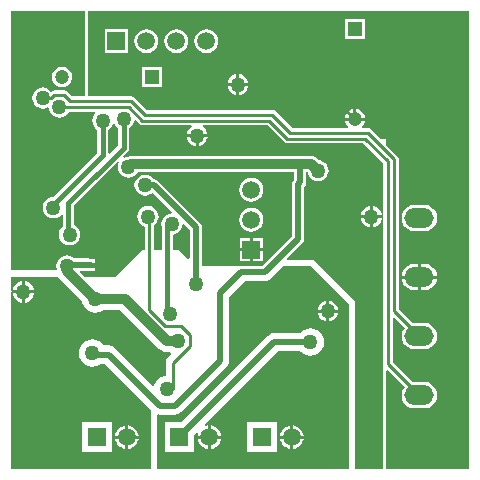
<source format=gbl>
%FSLAX25Y25*%
%MOIN*%
G70*
G01*
G75*
G04 Layer_Physical_Order=2*
G04 Layer_Color=16711680*
%ADD10R,0.02000X0.02000*%
%ADD11R,0.04134X0.05512*%
%ADD12R,0.05512X0.04134*%
%ADD13O,0.09843X0.02756*%
%ADD14O,0.02362X0.08661*%
%ADD15R,0.06300X0.05500*%
%ADD16O,0.06693X0.01378*%
%ADD17R,0.03543X0.02559*%
%ADD18R,0.03543X0.03740*%
%ADD19R,0.03937X0.03937*%
%ADD20R,0.03937X0.03937*%
%ADD21R,0.03740X0.05315*%
%ADD22R,0.05315X0.03740*%
%ADD23C,0.01000*%
%ADD24C,0.01600*%
%ADD25C,0.02000*%
%ADD26C,0.03200*%
%ADD27C,0.00000*%
%ADD28R,0.04724X0.04724*%
%ADD29C,0.04724*%
%ADD30R,0.05906X0.05906*%
%ADD31C,0.05906*%
%ADD32R,0.05906X0.05906*%
%ADD33R,0.04724X0.04724*%
%ADD34O,0.09843X0.06693*%
%ADD35C,0.05000*%
%ADD36R,0.02000X0.02000*%
G36*
X248432Y288433D02*
X256052Y280813D01*
X256116Y280325D01*
X256569Y279231D01*
X257291Y278291D01*
X258231Y277569D01*
X259325Y277116D01*
X260500Y276961D01*
X261675Y277116D01*
X262769Y277569D01*
X263160Y277869D01*
X268798D01*
X281735Y264932D01*
X282487Y264355D01*
X283363Y263993D01*
X284302Y263869D01*
X285340D01*
X285651Y263630D01*
X285684Y263131D01*
X284698Y262146D01*
X284145Y261319D01*
X283951Y260343D01*
Y255967D01*
X283325Y255884D01*
X282231Y255431D01*
X281291Y254709D01*
X280569Y253769D01*
X280138Y252729D01*
X279648Y252631D01*
X267140Y265140D01*
X266513Y265620D01*
X266299Y265709D01*
X265783Y265923D01*
X265000Y266026D01*
X263234D01*
X262709Y266709D01*
X261769Y267431D01*
X260675Y267884D01*
X259500Y268039D01*
X258325Y267884D01*
X257231Y267431D01*
X256291Y266709D01*
X255569Y265769D01*
X255116Y264675D01*
X254961Y263500D01*
X255116Y262325D01*
X255569Y261231D01*
X256291Y260291D01*
X257231Y259569D01*
X258325Y259116D01*
X259500Y258961D01*
X260675Y259116D01*
X261769Y259569D01*
X262297Y259974D01*
X263747D01*
X279140Y244581D01*
Y225000D01*
X232500D01*
Y283746D01*
X232531Y283748D01*
Y284252D01*
X232500Y284254D01*
Y289000D01*
X247997D01*
X248432Y288433D01*
D02*
G37*
G36*
X345000Y280000D02*
Y225000D01*
X281000D01*
Y242727D01*
X281376Y243056D01*
X282000Y242974D01*
X287000D01*
X287783Y243077D01*
X288299Y243291D01*
X288513Y243379D01*
X289140Y243860D01*
X304140Y258860D01*
X304140Y258860D01*
X304412Y259215D01*
X304621Y259487D01*
X304746Y259789D01*
X304923Y260217D01*
X305026Y261000D01*
Y282247D01*
X310253Y287474D01*
X317000D01*
X317783Y287577D01*
X318299Y287791D01*
X318513Y287879D01*
X319140Y288360D01*
X323279Y292500D01*
X332500D01*
X345000Y280000D01*
D02*
G37*
G36*
X256980Y349029D02*
X252790D01*
X251238Y350581D01*
X250742Y350913D01*
X250157Y351029D01*
X246843D01*
X246258Y350913D01*
X245797Y350605D01*
X245496Y350996D01*
X244765Y351557D01*
X243914Y351910D01*
X243000Y352030D01*
X242086Y351910D01*
X241235Y351557D01*
X240504Y350996D01*
X239943Y350265D01*
X239590Y349414D01*
X239470Y348500D01*
X239590Y347586D01*
X239943Y346735D01*
X240504Y346004D01*
X241235Y345443D01*
X242086Y345090D01*
X243000Y344970D01*
X243914Y345090D01*
X244587Y345369D01*
X245008Y345126D01*
X245021Y345109D01*
X245090Y344586D01*
X245443Y343735D01*
X246004Y343004D01*
X246735Y342443D01*
X247586Y342090D01*
X248500Y341970D01*
X249414Y342090D01*
X250265Y342443D01*
X250996Y343004D01*
X251557Y343735D01*
X251655Y343971D01*
X260344D01*
X260505Y343497D01*
X260504Y343496D01*
X259943Y342765D01*
X259590Y341914D01*
X259470Y341000D01*
X259590Y340086D01*
X259943Y339235D01*
X260504Y338504D01*
X261165Y337997D01*
Y330260D01*
X246425Y315520D01*
X245586Y315410D01*
X244735Y315057D01*
X244004Y314496D01*
X243443Y313765D01*
X243090Y312914D01*
X242970Y312000D01*
X243090Y311086D01*
X243443Y310235D01*
X244004Y309504D01*
X244735Y308943D01*
X245586Y308590D01*
X246500Y308470D01*
X247414Y308590D01*
X248265Y308943D01*
X248996Y309504D01*
X249191Y309758D01*
X249665Y309597D01*
Y305712D01*
X249363Y305481D01*
X248802Y304749D01*
X248449Y303898D01*
X248329Y302984D01*
X248449Y302071D01*
X248802Y301219D01*
X249363Y300488D01*
X250094Y299927D01*
X250945Y299574D01*
X251859Y299454D01*
X252773Y299574D01*
X253624Y299927D01*
X254355Y300488D01*
X254916Y301219D01*
X255269Y302071D01*
X255389Y302984D01*
X255269Y303898D01*
X254916Y304749D01*
X254355Y305481D01*
X253624Y306042D01*
X253335Y306161D01*
Y312740D01*
X267948Y327353D01*
X268364Y327075D01*
X268090Y326414D01*
X267970Y325500D01*
X268090Y324586D01*
X268443Y323735D01*
X269004Y323004D01*
X269735Y322443D01*
X270586Y322090D01*
X271500Y321970D01*
X272414Y322090D01*
X273265Y322443D01*
X273996Y323004D01*
X274557Y323735D01*
X274616Y323878D01*
X326600D01*
Y322235D01*
Y321244D01*
X326558Y321202D01*
X326116Y320541D01*
X325961Y319761D01*
Y302345D01*
X316155Y292539D01*
X309000D01*
X308803Y292500D01*
X296039D01*
Y305500D01*
X295884Y306280D01*
X295442Y306942D01*
X281485Y320899D01*
X280824Y321341D01*
X280043Y321496D01*
X279890D01*
X279539Y321953D01*
X278808Y322514D01*
X277957Y322867D01*
X277043Y322987D01*
X276130Y322867D01*
X275278Y322514D01*
X274547Y321953D01*
X273986Y321222D01*
X273633Y320370D01*
X273513Y319457D01*
X273633Y318543D01*
X273986Y317692D01*
X274547Y316961D01*
X275278Y316399D01*
X276130Y316047D01*
X277043Y315927D01*
X277957Y316047D01*
X278808Y316399D01*
X279539Y316961D01*
X279649Y316968D01*
X286118Y310498D01*
X285957Y310025D01*
X285086Y309910D01*
X284235Y309557D01*
X283504Y308996D01*
X282943Y308265D01*
X282590Y307414D01*
X282470Y306500D01*
X282590Y305586D01*
X282665Y305406D01*
Y298000D01*
X280029D01*
Y306146D01*
X280496Y306504D01*
X281057Y307235D01*
X281410Y308086D01*
X281530Y309000D01*
X281410Y309914D01*
X281057Y310765D01*
X280496Y311496D01*
X279765Y312057D01*
X278914Y312410D01*
X278000Y312530D01*
X277086Y312410D01*
X276235Y312057D01*
X275504Y311496D01*
X274943Y310765D01*
X274590Y309914D01*
X274470Y309000D01*
X274590Y308086D01*
X274943Y307235D01*
X275504Y306504D01*
X276235Y305943D01*
X276971Y305638D01*
Y298000D01*
X276000D01*
X267000Y289000D01*
X256709D01*
X255210Y290499D01*
X255401Y290961D01*
X258500D01*
X258697Y291000D01*
X260500D01*
Y292803D01*
X260539Y293000D01*
X260500Y293197D01*
Y295000D01*
X258697D01*
X258500Y295039D01*
X253440D01*
X252765Y295557D01*
X251914Y295910D01*
X251000Y296030D01*
X250086Y295910D01*
X249235Y295557D01*
X248504Y294996D01*
X247943Y294265D01*
X247590Y293414D01*
X247470Y292500D01*
X247590Y291586D01*
X247644Y291455D01*
X247367Y291039D01*
X232500D01*
Y377500D01*
X256980D01*
Y349029D01*
D02*
G37*
G36*
X266943Y339735D02*
X267504Y339004D01*
X268165Y338497D01*
Y332760D01*
X265297Y329893D01*
X264835Y330084D01*
Y337997D01*
X265496Y338504D01*
X266057Y339235D01*
X266354Y339950D01*
X266854D01*
X266943Y339735D01*
D02*
G37*
G36*
X291961Y304655D02*
Y295193D01*
X291499Y295001D01*
X288500Y298000D01*
X286335D01*
Y303014D01*
X286914Y303090D01*
X287765Y303443D01*
X288496Y304004D01*
X289057Y304735D01*
X289410Y305586D01*
X289525Y306457D01*
X289998Y306618D01*
X291961Y304655D01*
D02*
G37*
G36*
X385000Y225000D02*
X357500D01*
Y257656D01*
X357962Y257848D01*
X363570Y252240D01*
X363129Y251664D01*
X362691Y250607D01*
X362541Y249472D01*
X362691Y248338D01*
X363129Y247281D01*
X363825Y246373D01*
X364733Y245676D01*
X365791Y245238D01*
X366925Y245089D01*
X370075D01*
X371210Y245238D01*
X372267Y245676D01*
X373175Y246373D01*
X373871Y247281D01*
X374309Y248338D01*
X374459Y249472D01*
X374309Y250607D01*
X373871Y251664D01*
X373175Y252572D01*
X372267Y253269D01*
X371210Y253707D01*
X370075Y253856D01*
X366925D01*
X366354Y253781D01*
X359529Y260606D01*
Y275312D01*
X359991Y275503D01*
X363570Y271925D01*
X363129Y271350D01*
X362691Y270292D01*
X362541Y269158D01*
X362691Y268023D01*
X363129Y266966D01*
X363825Y266057D01*
X364733Y265361D01*
X365791Y264923D01*
X366925Y264774D01*
X370075D01*
X371210Y264923D01*
X372267Y265361D01*
X373175Y266057D01*
X373871Y266966D01*
X374309Y268023D01*
X374459Y269158D01*
X374309Y270292D01*
X373871Y271350D01*
X373175Y272257D01*
X372267Y272954D01*
X371210Y273392D01*
X370075Y273541D01*
X366925D01*
X366354Y273466D01*
X361529Y278291D01*
Y328219D01*
X361413Y328804D01*
X361081Y329300D01*
X357500Y332882D01*
Y335000D01*
X355382D01*
X352300Y338081D01*
X351804Y338413D01*
X351219Y338529D01*
X349429D01*
X349269Y339003D01*
X349398Y339102D01*
X349937Y339804D01*
X350276Y340622D01*
X350325Y341000D01*
X343675D01*
X343724Y340622D01*
X344063Y339804D01*
X344602Y339102D01*
X344731Y339003D01*
X344571Y338529D01*
X326133D01*
X320581Y344081D01*
X320085Y344413D01*
X319500Y344529D01*
X277619D01*
X273567Y348581D01*
X273071Y348913D01*
X272485Y349029D01*
X258000D01*
Y377500D01*
X385000D01*
Y225000D01*
D02*
G37*
G36*
X275075Y339919D02*
X275572Y339587D01*
X276157Y339471D01*
X292396D01*
X292557Y338997D01*
X291904Y338496D01*
X291343Y337765D01*
X290990Y336914D01*
X290936Y336500D01*
X297864D01*
X297810Y336914D01*
X297457Y337765D01*
X296896Y338496D01*
X296243Y338997D01*
X296404Y339471D01*
X317866D01*
X323419Y333919D01*
X323915Y333587D01*
X324500Y333471D01*
X349757D01*
X356471Y326757D01*
Y309477D01*
X356469Y309477D01*
Y308523D01*
X356471Y308523D01*
Y259972D01*
X356500Y259825D01*
Y257755D01*
X356480Y257656D01*
Y225000D01*
X347039D01*
Y280000D01*
X346884Y280780D01*
X346442Y281442D01*
X333942Y293942D01*
X333280Y294384D01*
X332500Y294539D01*
X324576D01*
X324385Y295001D01*
X329442Y300058D01*
X329884Y300720D01*
X330039Y301500D01*
Y318916D01*
X330081Y318958D01*
X330523Y319619D01*
X330678Y320399D01*
X330678Y320399D01*
Y322235D01*
Y323878D01*
X331247D01*
X331314Y323362D01*
X331667Y322511D01*
X332228Y321779D01*
X332959Y321218D01*
X333811Y320866D01*
X334724Y320745D01*
X335638Y320866D01*
X336490Y321218D01*
X337221Y321779D01*
X337782Y322511D01*
X338134Y323362D01*
X338255Y324276D01*
X338134Y325189D01*
X337782Y326041D01*
X337221Y326772D01*
X336490Y327333D01*
X335638Y327685D01*
X334930Y327779D01*
X334354Y328354D01*
X333811Y328771D01*
X333179Y329033D01*
X332500Y329122D01*
X332500Y329122D01*
X272500D01*
X271821Y329033D01*
X271739Y328999D01*
X271500Y329030D01*
X270586Y328910D01*
X269925Y328636D01*
X269647Y329052D01*
X271298Y330702D01*
X271696Y331298D01*
X271719Y331414D01*
X271835Y332000D01*
Y338497D01*
X272496Y339004D01*
X273057Y339735D01*
X273410Y340586D01*
X273452Y340908D01*
X273926Y341068D01*
X275075Y339919D01*
D02*
G37*
%LPC*%
G36*
X337500Y280964D02*
X337086Y280910D01*
X336235Y280557D01*
X335504Y279996D01*
X334943Y279265D01*
X334590Y278414D01*
X334536Y278000D01*
X337500D01*
Y280964D01*
D02*
G37*
G36*
X338500D02*
Y278000D01*
X341464D01*
X341410Y278414D01*
X341057Y279265D01*
X340496Y279996D01*
X339765Y280557D01*
X338914Y280910D01*
X338500Y280964D01*
D02*
G37*
G36*
X236000Y283500D02*
X233036D01*
X233090Y283086D01*
X233443Y282235D01*
X234004Y281504D01*
X234283Y281289D01*
X234503Y281003D01*
X235088Y280554D01*
X235769Y280272D01*
X236000Y280242D01*
Y283500D01*
D02*
G37*
G36*
X320953Y240453D02*
X311047D01*
Y230547D01*
X320953D01*
Y240453D01*
D02*
G37*
G36*
X337500Y277000D02*
X334536D01*
X334590Y276586D01*
X334943Y275735D01*
X335504Y275004D01*
X336235Y274443D01*
X337086Y274090D01*
X337500Y274036D01*
Y277000D01*
D02*
G37*
G36*
X341464D02*
X338500D01*
Y274036D01*
X338914Y274090D01*
X339765Y274443D01*
X340496Y275004D01*
X341057Y275735D01*
X341410Y276586D01*
X341464Y277000D01*
D02*
G37*
G36*
X374393Y288342D02*
X369000D01*
Y284459D01*
X370075D01*
X371210Y284608D01*
X372267Y285046D01*
X373175Y285743D01*
X373871Y286650D01*
X374309Y287708D01*
X374393Y288342D01*
D02*
G37*
G36*
X236000Y287464D02*
X235586Y287410D01*
X234735Y287057D01*
X234004Y286496D01*
X233443Y285765D01*
X233090Y284914D01*
X233036Y284500D01*
X236000D01*
Y287464D01*
D02*
G37*
G36*
X237000D02*
Y284500D01*
X239964D01*
X239910Y284914D01*
X239557Y285765D01*
X238996Y286496D01*
X238265Y287057D01*
X237414Y287410D01*
X237000Y287464D01*
D02*
G37*
G36*
X239964Y283500D02*
X237000D01*
Y280242D01*
X237231Y280272D01*
X237912Y280554D01*
X238497Y281003D01*
X238717Y281289D01*
X238996Y281504D01*
X239557Y282235D01*
X239910Y283086D01*
X239964Y283500D01*
D02*
G37*
G36*
X368000Y288342D02*
X362607D01*
X362691Y287708D01*
X363129Y286650D01*
X363825Y285743D01*
X364733Y285046D01*
X365791Y284608D01*
X366925Y284459D01*
X368000D01*
Y288342D01*
D02*
G37*
G36*
X265953Y240453D02*
X256047D01*
Y230547D01*
X265953D01*
Y240453D01*
D02*
G37*
G36*
X299000Y239421D02*
Y236000D01*
X302421D01*
X302351Y236532D01*
X301953Y237493D01*
X301319Y238319D01*
X300493Y238953D01*
X299532Y239351D01*
X299000Y239421D01*
D02*
G37*
G36*
X325500Y235000D02*
X322079D01*
X322149Y234468D01*
X322547Y233507D01*
X323181Y232681D01*
X324007Y232047D01*
X324968Y231649D01*
X325500Y231579D01*
Y235000D01*
D02*
G37*
G36*
Y239421D02*
X324968Y239351D01*
X324007Y238953D01*
X323181Y238319D01*
X322547Y237493D01*
X322149Y236532D01*
X322079Y236000D01*
X325500D01*
Y239421D01*
D02*
G37*
G36*
X329921Y235000D02*
X326500D01*
Y231579D01*
X327032Y231649D01*
X327993Y232047D01*
X328819Y232681D01*
X329453Y233507D01*
X329851Y234468D01*
X329921Y235000D01*
D02*
G37*
G36*
X270500Y239421D02*
X269968Y239351D01*
X269007Y238953D01*
X268181Y238319D01*
X267547Y237493D01*
X267149Y236532D01*
X267079Y236000D01*
X270500D01*
Y239421D01*
D02*
G37*
G36*
X271500D02*
Y236000D01*
X274921D01*
X274851Y236532D01*
X274453Y237493D01*
X273819Y238319D01*
X272993Y238953D01*
X272032Y239351D01*
X271500Y239421D01*
D02*
G37*
G36*
X274921Y235000D02*
X271500D01*
Y231579D01*
X272032Y231649D01*
X272993Y232047D01*
X273819Y232681D01*
X274453Y233507D01*
X274851Y234468D01*
X274921Y235000D01*
D02*
G37*
G36*
X270500D02*
X267079D01*
X267149Y234468D01*
X267547Y233507D01*
X268181Y232681D01*
X269007Y232047D01*
X269968Y231649D01*
X270500Y231579D01*
Y235000D01*
D02*
G37*
G36*
X332150Y271688D02*
X330975Y271534D01*
X329880Y271080D01*
X328940Y270359D01*
X328799Y270176D01*
X320150D01*
X319366Y270072D01*
X318637Y269770D01*
X318365Y269561D01*
X318010Y269289D01*
X318010Y269289D01*
X289174Y240453D01*
X283547D01*
Y230547D01*
X293453D01*
Y236174D01*
X294335Y237056D01*
X294751Y236778D01*
X294649Y236532D01*
X294579Y236000D01*
X298000D01*
Y239421D01*
X297468Y239351D01*
X297222Y239249D01*
X296944Y239665D01*
X321403Y264124D01*
X328799D01*
X328940Y263940D01*
X329880Y263219D01*
X330975Y262765D01*
X332150Y262611D01*
X333324Y262765D01*
X334419Y263219D01*
X335359Y263940D01*
X336080Y264880D01*
X336534Y265975D01*
X336688Y267150D01*
X336534Y268324D01*
X336080Y269419D01*
X335359Y270359D01*
X334419Y271080D01*
X333324Y271534D01*
X332150Y271688D01*
D02*
G37*
G36*
X326500Y239421D02*
Y236000D01*
X329921D01*
X329851Y236532D01*
X329453Y237493D01*
X328819Y238319D01*
X327993Y238953D01*
X327032Y239351D01*
X326500Y239421D01*
D02*
G37*
G36*
X302421Y235000D02*
X299000D01*
Y231579D01*
X299532Y231649D01*
X300493Y232047D01*
X301319Y232681D01*
X301953Y233507D01*
X302351Y234468D01*
X302421Y235000D01*
D02*
G37*
G36*
X298000D02*
X294579D01*
X294649Y234468D01*
X295047Y233507D01*
X295681Y232681D01*
X296507Y232047D01*
X297468Y231649D01*
X298000Y231579D01*
Y235000D01*
D02*
G37*
G36*
X368000Y293227D02*
X366925D01*
X365791Y293077D01*
X364733Y292639D01*
X363825Y291943D01*
X363129Y291035D01*
X362691Y289977D01*
X362607Y289342D01*
X368000D01*
Y293227D01*
D02*
G37*
G36*
X311464Y352500D02*
X308500D01*
Y349536D01*
X308914Y349590D01*
X309765Y349943D01*
X310496Y350504D01*
X311057Y351235D01*
X311410Y352086D01*
X311464Y352500D01*
D02*
G37*
G36*
X249394Y358998D02*
X248516Y358882D01*
X247698Y358543D01*
X246996Y358004D01*
X246457Y357302D01*
X246118Y356484D01*
X246003Y355606D01*
X246118Y354729D01*
X246457Y353911D01*
X246996Y353208D01*
X247698Y352669D01*
X248516Y352331D01*
X249394Y352215D01*
X250271Y352331D01*
X251089Y352669D01*
X251792Y353208D01*
X252331Y353911D01*
X252669Y354729D01*
X252785Y355606D01*
X252669Y356484D01*
X252331Y357302D01*
X251792Y358004D01*
X251089Y358543D01*
X250271Y358882D01*
X249394Y358998D01*
D02*
G37*
G36*
X282756Y358968D02*
X276031D01*
Y352244D01*
X282756D01*
Y358968D01*
D02*
G37*
G36*
X346500Y344825D02*
X346122Y344776D01*
X345304Y344437D01*
X344602Y343898D01*
X344063Y343196D01*
X343724Y342378D01*
X343675Y342000D01*
X346500D01*
Y344825D01*
D02*
G37*
G36*
X347500D02*
Y342000D01*
X350325D01*
X350276Y342378D01*
X349937Y343196D01*
X349398Y343898D01*
X348696Y344437D01*
X347878Y344776D01*
X347500Y344825D01*
D02*
G37*
G36*
X307500Y352500D02*
X304536D01*
X304590Y352086D01*
X304943Y351235D01*
X305504Y350504D01*
X306235Y349943D01*
X307086Y349590D01*
X307500Y349536D01*
Y352500D01*
D02*
G37*
G36*
Y356464D02*
X307086Y356410D01*
X306235Y356057D01*
X305504Y355496D01*
X304943Y354765D01*
X304590Y353914D01*
X304536Y353500D01*
X307500D01*
Y356464D01*
D02*
G37*
G36*
X297500Y371487D02*
X296468Y371351D01*
X295507Y370953D01*
X294681Y370319D01*
X294047Y369493D01*
X293649Y368532D01*
X293513Y367500D01*
X293649Y366468D01*
X294047Y365507D01*
X294681Y364681D01*
X295507Y364047D01*
X296468Y363649D01*
X297500Y363513D01*
X298532Y363649D01*
X299493Y364047D01*
X300319Y364681D01*
X300953Y365507D01*
X301351Y366468D01*
X301487Y367500D01*
X301351Y368532D01*
X300953Y369493D01*
X300319Y370319D01*
X299493Y370953D01*
X298532Y371351D01*
X297500Y371487D01*
D02*
G37*
G36*
X271453Y371453D02*
X263547D01*
Y363547D01*
X271453D01*
Y371453D01*
D02*
G37*
G36*
X350362Y374862D02*
X343638D01*
Y368138D01*
X350362D01*
Y374862D01*
D02*
G37*
G36*
X308500Y356464D02*
Y353500D01*
X311464D01*
X311410Y353914D01*
X311057Y354765D01*
X310496Y355496D01*
X309765Y356057D01*
X308914Y356410D01*
X308500Y356464D01*
D02*
G37*
G36*
X277500Y371487D02*
X276468Y371351D01*
X275507Y370953D01*
X274681Y370319D01*
X274047Y369493D01*
X273649Y368532D01*
X273513Y367500D01*
X273649Y366468D01*
X274047Y365507D01*
X274681Y364681D01*
X275507Y364047D01*
X276468Y363649D01*
X277500Y363513D01*
X278532Y363649D01*
X279493Y364047D01*
X280319Y364681D01*
X280953Y365507D01*
X281351Y366468D01*
X281487Y367500D01*
X281351Y368532D01*
X280953Y369493D01*
X280319Y370319D01*
X279493Y370953D01*
X278532Y371351D01*
X277500Y371487D01*
D02*
G37*
G36*
X287500D02*
X286468Y371351D01*
X285507Y370953D01*
X284681Y370319D01*
X284047Y369493D01*
X283649Y368532D01*
X283513Y367500D01*
X283649Y366468D01*
X284047Y365507D01*
X284681Y364681D01*
X285507Y364047D01*
X286468Y363649D01*
X287500Y363513D01*
X288532Y363649D01*
X289493Y364047D01*
X290319Y364681D01*
X290953Y365507D01*
X291351Y366468D01*
X291487Y367500D01*
X291351Y368532D01*
X290953Y369493D01*
X290319Y370319D01*
X289493Y370953D01*
X288532Y371351D01*
X287500Y371487D01*
D02*
G37*
G36*
X297864Y335500D02*
X294900D01*
Y332536D01*
X295314Y332590D01*
X296165Y332943D01*
X296896Y333504D01*
X297457Y334235D01*
X297810Y335086D01*
X297864Y335500D01*
D02*
G37*
G36*
X312000Y301953D02*
X308547D01*
Y298500D01*
X312000D01*
Y301953D01*
D02*
G37*
G36*
X316453D02*
X313000D01*
Y298500D01*
X316453D01*
Y301953D01*
D02*
G37*
G36*
X312500Y311987D02*
X311468Y311851D01*
X310507Y311453D01*
X309681Y310819D01*
X309047Y309993D01*
X308649Y309032D01*
X308513Y308000D01*
X308649Y306968D01*
X309047Y306007D01*
X309681Y305181D01*
X310507Y304547D01*
X311468Y304149D01*
X312500Y304013D01*
X313532Y304149D01*
X314493Y304547D01*
X315319Y305181D01*
X315953Y306007D01*
X316351Y306968D01*
X316487Y308000D01*
X316351Y309032D01*
X315953Y309993D01*
X315319Y310819D01*
X314493Y311453D01*
X313532Y311851D01*
X312500Y311987D01*
D02*
G37*
G36*
X370075Y293227D02*
X369000D01*
Y289342D01*
X374393D01*
X374309Y289977D01*
X373871Y291035D01*
X373175Y291943D01*
X372267Y292639D01*
X371210Y293077D01*
X370075Y293227D01*
D02*
G37*
G36*
X312000Y297500D02*
X308547D01*
Y294047D01*
X312000D01*
Y297500D01*
D02*
G37*
G36*
X316453D02*
X313000D01*
Y294047D01*
X316453D01*
Y297500D01*
D02*
G37*
G36*
X370075Y312912D02*
X366925D01*
X365791Y312762D01*
X364733Y312324D01*
X363825Y311628D01*
X363129Y310719D01*
X362691Y309662D01*
X362541Y308528D01*
X362691Y307393D01*
X363129Y306336D01*
X363825Y305428D01*
X364733Y304731D01*
X365791Y304293D01*
X366925Y304144D01*
X370075D01*
X371210Y304293D01*
X372267Y304731D01*
X373175Y305428D01*
X373871Y306336D01*
X374309Y307393D01*
X374459Y308528D01*
X374309Y309662D01*
X373871Y310719D01*
X373175Y311628D01*
X372267Y312324D01*
X371210Y312762D01*
X370075Y312912D01*
D02*
G37*
G36*
X353000Y312464D02*
Y309500D01*
X355964D01*
X355910Y309914D01*
X355557Y310765D01*
X354996Y311496D01*
X354265Y312057D01*
X353414Y312410D01*
X353000Y312464D01*
D02*
G37*
G36*
X312500Y321987D02*
X311468Y321851D01*
X310507Y321453D01*
X309681Y320819D01*
X309047Y319993D01*
X308649Y319032D01*
X308513Y318000D01*
X308649Y316968D01*
X309047Y316007D01*
X309681Y315181D01*
X310507Y314547D01*
X311468Y314149D01*
X312500Y314013D01*
X313532Y314149D01*
X314493Y314547D01*
X315319Y315181D01*
X315953Y316007D01*
X316351Y316968D01*
X316487Y318000D01*
X316351Y319032D01*
X315953Y319993D01*
X315319Y320819D01*
X314493Y321453D01*
X313532Y321851D01*
X312500Y321987D01*
D02*
G37*
G36*
X293900Y335500D02*
X290936D01*
X290990Y335086D01*
X291343Y334235D01*
X291904Y333504D01*
X292635Y332943D01*
X293486Y332590D01*
X293900Y332536D01*
Y335500D01*
D02*
G37*
G36*
X352000Y308500D02*
X349036D01*
X349090Y308086D01*
X349443Y307235D01*
X350004Y306504D01*
X350735Y305943D01*
X351586Y305590D01*
X352000Y305536D01*
Y308500D01*
D02*
G37*
G36*
X355964D02*
X353000D01*
Y305536D01*
X353414Y305590D01*
X354265Y305943D01*
X354996Y306504D01*
X355557Y307235D01*
X355910Y308086D01*
X355964Y308500D01*
D02*
G37*
G36*
X352000Y312464D02*
X351586Y312410D01*
X350735Y312057D01*
X350004Y311496D01*
X349443Y310765D01*
X349090Y309914D01*
X349036Y309500D01*
X352000D01*
Y312464D01*
D02*
G37*
%LPD*%
D10*
X328639Y325235D02*
D03*
Y322235D02*
D03*
D23*
X278500Y277686D02*
Y308500D01*
Y277686D02*
X283619Y272568D01*
X286500Y260343D02*
X292000Y265843D01*
X286500Y251500D02*
Y260343D01*
X292000Y265843D02*
Y269500D01*
X251000Y292500D02*
X251500Y293000D01*
X330000Y326500D02*
X330340Y326160D01*
X251000Y291000D02*
Y292000D01*
X259500Y263500D02*
X260000Y263000D01*
X256000Y297000D02*
X256500Y297500D01*
X245000Y297000D02*
X256000D01*
X244000Y298000D02*
X245000Y297000D01*
X294400Y336000D02*
X294500D01*
X251500Y303343D02*
X251859Y302984D01*
X336500Y352000D02*
X347000Y341500D01*
X319000Y352000D02*
X336500D01*
X284500Y305500D02*
X286000Y307000D01*
X278000Y308500D02*
X278500D01*
X278000D02*
Y309000D01*
X284500Y251500D02*
X286500D01*
X284498Y283498D02*
X284500Y283500D01*
X246843Y349500D02*
X250157D01*
X245843Y348500D02*
X246843Y349500D01*
X243000Y348500D02*
X245843D01*
X324500Y335000D02*
X350390D01*
X325500Y337000D02*
X351219D01*
X360000Y277658D02*
X368500Y269158D01*
X360000Y277658D02*
Y328219D01*
X351219Y337000D02*
X360000Y328219D01*
X358000Y259972D02*
Y327390D01*
X350390Y335000D02*
X358000Y327390D01*
Y259972D02*
X368500Y249472D01*
X276157Y341000D02*
X318500D01*
X324500Y335000D01*
X319500Y343000D02*
X325500Y337000D01*
X276985Y343000D02*
X319500D01*
X272485Y347500D02*
X276985Y343000D01*
X271657Y345500D02*
X276157Y341000D01*
X252157Y347500D02*
X272485D01*
X250157Y349500D02*
X252157Y347500D01*
X248500Y345500D02*
X271657D01*
X271500Y325500D02*
X272500Y326500D01*
X284498Y283498D02*
X284502D01*
X283619Y272568D02*
X289000D01*
Y272500D02*
Y272568D01*
Y272500D02*
X292000Y269500D01*
X284502Y277342D02*
X285276Y276568D01*
D24*
X263000Y329500D02*
Y341000D01*
X246500Y313000D02*
X263000Y329500D01*
X246500Y312000D02*
Y313000D01*
X258500Y293000D02*
X263000D01*
X236500Y283000D02*
Y284000D01*
X270000Y332000D02*
Y341500D01*
X251500Y313500D02*
X270000Y332000D01*
X251500Y303343D02*
Y313500D01*
X284500Y283500D02*
Y305500D01*
X284502Y277342D02*
Y283498D01*
D25*
X317000Y290500D02*
X328000Y301500D01*
X309000Y290500D02*
X317000D01*
X302000Y283500D02*
X309000Y290500D01*
X302000Y261000D02*
Y283500D01*
X328000Y301500D02*
Y319761D01*
X280043Y319457D02*
X294000Y305500D01*
X277043Y319457D02*
X280043D01*
X294000Y286500D02*
Y305500D01*
X328000Y319761D02*
X328639Y320399D01*
Y322235D01*
Y325235D01*
X251500Y293000D02*
X255500D01*
X258500D01*
X288500Y235500D02*
X320150Y267150D01*
X332150D01*
X287000Y246000D02*
X302000Y261000D01*
X260000Y263000D02*
X265000D01*
X282000Y246000D01*
X287000D01*
D26*
X330000Y326500D02*
X332500D01*
X272500D02*
X330000D01*
X332500D02*
X334724Y324276D01*
X251000Y291000D02*
X260500Y281500D01*
X270302D02*
X284302Y267500D01*
X286500D01*
X260500Y281500D02*
X270302D01*
D28*
X279394Y355606D02*
D03*
D29*
X249394D02*
D03*
X347000Y341500D02*
D03*
D30*
X312500Y298000D02*
D03*
D31*
Y308000D02*
D03*
Y318000D02*
D03*
X298500Y235500D02*
D03*
X271000D02*
D03*
X326000D02*
D03*
X277500Y367500D02*
D03*
X287500D02*
D03*
X297500D02*
D03*
D32*
X288500Y235500D02*
D03*
X261000D02*
D03*
X316000D02*
D03*
X267500Y367500D02*
D03*
D33*
X347000Y371500D02*
D03*
D34*
X368500Y249472D02*
D03*
Y269158D02*
D03*
Y288843D02*
D03*
Y308528D02*
D03*
D35*
X308000Y353000D02*
D03*
X352500Y309000D02*
D03*
X332150Y267150D02*
D03*
X259500Y263500D02*
D03*
X236500Y284000D02*
D03*
X338000Y277500D02*
D03*
X294400Y336000D02*
D03*
X271500Y325500D02*
D03*
X334724Y324276D02*
D03*
X270000Y341500D02*
D03*
X251859Y302984D02*
D03*
X263000Y341000D02*
D03*
X246500Y312000D02*
D03*
X278000Y309000D02*
D03*
X284500Y251500D02*
D03*
X277043Y319457D02*
D03*
X286000Y306500D02*
D03*
X260500Y281500D02*
D03*
X251000Y292500D02*
D03*
X288000Y267500D02*
D03*
X248500Y345500D02*
D03*
X243000Y348500D02*
D03*
X294000Y286500D02*
D03*
X285276Y276568D02*
D03*
D36*
X255500Y293000D02*
D03*
X258500D02*
D03*
M02*

</source>
